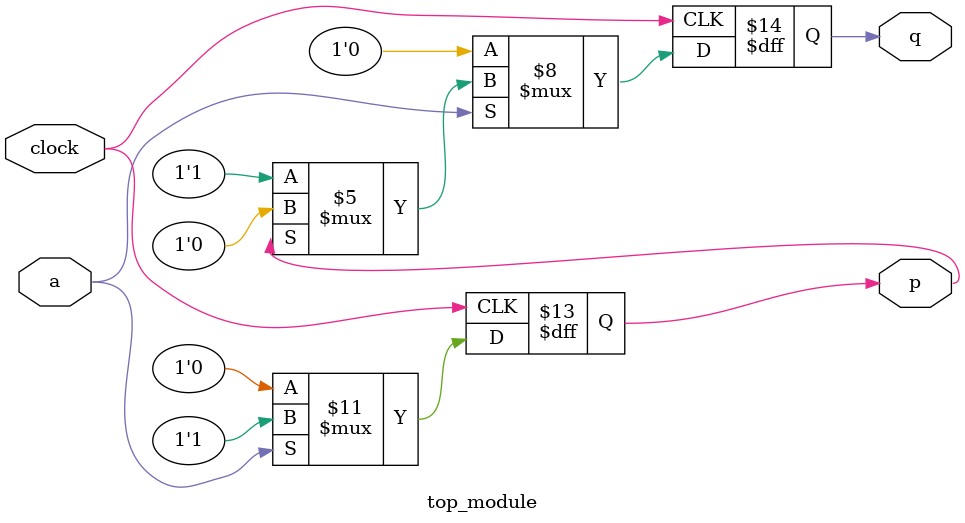
<source format=sv>
module top_module (
    input clock,
    input a, 
    output reg p,
    output reg q
);

always @(posedge clock) begin
    // Update p
    if (a) begin
        p <= 1;
    end else begin
        p <= 0;
    end

    // Update q
    if (~a) begin
        q <= 0;
    end else begin
        if (p == 1) begin
            q <= 0;
        end else begin
            q <= 1;
        end
    end
end

endmodule

</source>
